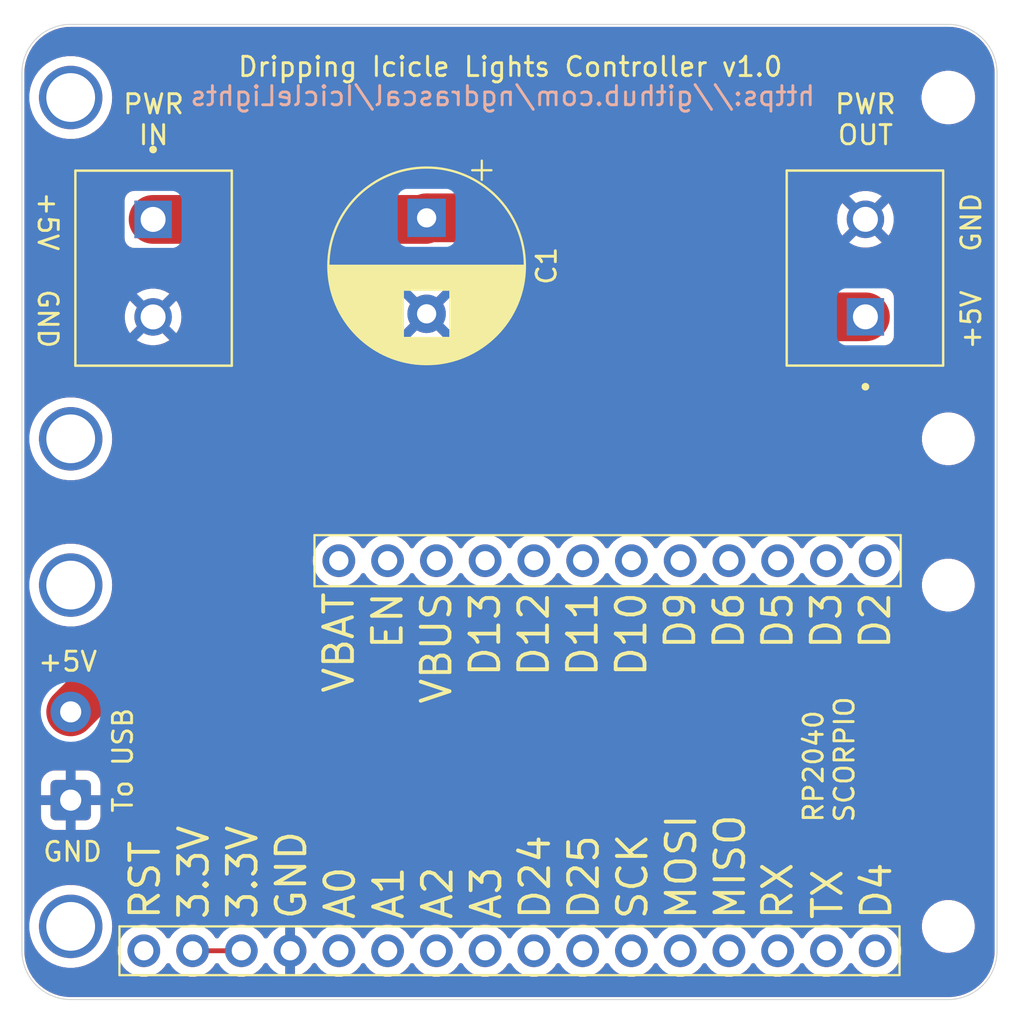
<source format=kicad_pcb>
(kicad_pcb (version 20240108) (generator "pcbnew") (generator_version "8.0")
  (layers (0 "F.Cu" signal) (31 "B.Cu" signal) (36 "B.SilkS" user "B.Silkscreen") (37 "F.SilkS" user "F.Silkscreen") (38 "B.Mask" user) (39 "F.Mask" user) (44 "Edge.Cuts" user))
  (net 0 "")
  (net 1 "/D25")
  (net 2 "/D4")
  (net 3 "/TX")
  (net 4 "/MISO")
  (net 5 "/MOSI")
  (net 6 "/SCK")
  (net 7 "/D24")
  (net 8 "/RX")
  (net 9 "/A3")
  (net 10 "/A2")
  (net 11 "/A1")
  (net 12 "/A0")
  (net 13 "GND")
  (net 14 "/RST")
  (net 15 "/3.3V")
  (net 16 "/VBAT")
  (net 17 "/EN")
  (net 18 "/VBUS")
  (net 19 "/D5")
  (net 20 "/D11")
  (net 21 "/D10")
  (net 22 "/D9")
  (net 23 "/D13")
  (net 24 "/D12")
  (net 25 "/D6")
  (net 26 "/SCL")
  (net 27 "/SDA")
  (net 28 "+5V")
  (footprint "" (layer "F.Cu") (at 149.86 97.79)
    (property "Reference" "" (hide yes))
    (property "Value" "" (hide yes))
    (pad "" np_thru_hole circle (at 0 0) (size 2.5 2.5) (drill 2.5) (layers "F&B.Cu" "*.Mask"))
  )
  (footprint "PinSocket_1x12_Feather:PinSocket_1x12_P2.54mm_Vertical" (layer "F.Cu") (at 118.11 104.14 90)
    (property "Reference" "J2" (hide yes))
    (property "Value" "Conn_01x12_Female" (hide yes))
    (fp_line (start 1.33 -1.27) (end 1.33 29.27) (stroke (width 0.12)) (layer "F.SilkS"))
    (fp_line (start -1.33 -1.27) (end 1.33 -1.27) (stroke (width 0.12)) (layer "F.SilkS"))
    (fp_line (start -1.33 -1.27) (end -1.33 29.27) (stroke (width 0.12)) (layer "F.SilkS"))
    (fp_line (start -1.33 29.27) (end 1.33 29.27) (stroke (width 0.12)) (layer "F.SilkS"))
    (pad "1" thru_hole circle (at 0 0 90) (size 1.7 1.7) (drill 1) (layers "*.Cu" "*.Mask") (net 16 "/VBAT"))
    (pad "2" thru_hole oval (at 0 2.54 90) (size 1.7 1.7) (drill 1) (layers "*.Cu" "*.Mask") (net 17 "/EN"))
    (pad "3" thru_hole oval (at 0 5.08 90) (size 1.7 1.7) (drill 1) (layers "*.Cu" "*.Mask") (net 18 "/VBUS"))
    (pad "4" thru_hole oval (at 0 7.62 90) (size 1.7 1.7) (drill 1) (layers "*.Cu" "*.Mask") (net 23 "/D13"))
    (pad "5" thru_hole oval (at 0 10.16 90) (size 1.7 1.7) (drill 1) (layers "*.Cu" "*.Mask") (net 24 "/D12"))
    (pad "6" thru_hole oval (at 0 12.7 90) (size 1.7 1.7) (drill 1) (layers "*.Cu" "*.Mask") (net 20 "/D11"))
    (pad "7" thru_hole oval (at 0 15.24 90) (size 1.7 1.7) (drill 1) (layers "*.Cu" "*.Mask") (net 21 "/D10"))
    (pad "8" thru_hole oval (at 0 17.78 90) (size 1.7 1.7) (drill 1) (layers "*.Cu" "*.Mask") (net 22 "/D9"))
    (pad "9" thru_hole oval (at 0 20.32 90) (size 1.7 1.7) (drill 1) (layers "*.Cu" "*.Mask") (net 25 "/D6"))
    (pad "10" thru_hole oval (at 0 22.86 90) (size 1.7 1.7) (drill 1) (layers "*.Cu" "*.Mask") (net 19 "/D5"))
    (pad "11" thru_hole oval (at 0 25.4 90) (size 1.7 1.7) (drill 1) (layers "*.Cu" "*.Mask") (net 26 "/SCL"))
    (pad "12" thru_hole oval (at 0 27.94 90) (size 1.7 1.7) (drill 1) (layers "*.Cu" "*.Mask") (net 27 "/SDA"))
  )
  (footprint "" (layer "F.Cu") (at 104.14 80.01)
    (property "Reference" "" (at 0 0 0) (layer "F.SilkS") (effects (font (size 1.27 1.27))))
    (property "Value" "")
    (pad "" np_thru_hole circle (at 0 0) (size 3.302 3.302) (drill 2.54) (layers "F&B.Cu" "*.Mask"))
  )
  (footprint "" (layer "F.Cu") (at 104.14 97.79)
    (property "Reference" "" (at 0 0 0) (layer "F.SilkS") (effects (font (size 1.27 1.27))))
    (property "Value" "")
    (pad "" np_thru_hole circle (at 0 0) (size 3.302 3.302) (drill 2.54) (layers "F&B.Cu" "*.Mask"))
  )
  (footprint "" (layer "F.Cu") (at 104.14 105.41)
    (property "Reference" "" (at 0 0 0) (layer "F.SilkS") (effects (font (size 1.27 1.27))))
    (property "Value" "")
    (pad "" np_thru_hole circle (at 0 0) (size 3.302 3.302) (drill 2.54) (layers "F&B.Cu" "*.Mask"))
  )
  (footprint "" (layer "F.Cu") (at 149.86 105.41)
    (property "Reference" "" (at 0 0 0) (layer "F.SilkS") (effects (font (size 1.27 1.27))))
    (property "Value" "")
    (pad "" np_thru_hole circle (at 0 0) (size 2.5 2.5) (drill 2.5) (layers "F&B.Cu" "*.Mask"))
  )
  (footprint "PinSocket_1x16_Feather:PinSocket_1x16_P2.54mm_Vertical" (layer "F.Cu") (at 107.95 124.46 90)
    (property "Reference" "J1" (hide yes))
    (property "Value" "Conn_01x16_Socket" (hide yes))
    (fp_line (start 1.27 -1.27) (end 1.27 39.37) (stroke (width 0.12)) (layer "F.SilkS"))
    (fp_line (start -1.27 -1.27) (end 1.27 -1.27) (stroke (width 0.12)) (layer "F.SilkS"))
    (fp_line (start -1.27 -1.27) (end -1.27 39.37) (stroke (width 0.12)) (layer "F.SilkS"))
    (fp_line (start -1.27 39.37) (end 1.27 39.37) (stroke (width 0.12)) (layer "F.SilkS"))
    (pad "1" thru_hole circle (at 0 0 90) (size 1.7 1.7) (drill 1) (layers "*.Cu" "*.Mask") (net 14 "/RST"))
    (pad "2" thru_hole oval (at 0 2.54 90) (size 1.7 1.7) (drill 1) (layers "*.Cu" "*.Mask") (net 15 "/3.3V"))
    (pad "3" thru_hole oval (at 0 5.08 90) (size 1.7 1.7) (drill 1) (layers "*.Cu" "*.Mask") (net 15 "/3.3V"))
    (pad "4" thru_hole oval (at 0 7.62 90) (size 1.7 1.7) (drill 1) (layers "*.Cu" "*.Mask") (net 13 "GND"))
    (pad "5" thru_hole oval (at 0 10.16 90) (size 1.7 1.7) (drill 1) (layers "*.Cu" "*.Mask") (net 12 "/A0"))
    (pad "6" thru_hole oval (at 0 12.7 90) (size 1.7 1.7) (drill 1) (layers "*.Cu" "*.Mask") (net 11 "/A1"))
    (pad "7" thru_hole oval (at 0 15.24 90) (size 1.7 1.7) (drill 1) (layers "*.Cu" "*.Mask") (net 10 "/A2"))
    (pad "8" thru_hole oval (at 0 17.78 90) (size 1.7 1.7) (drill 1) (layers "*.Cu" "*.Mask") (net 9 "/A3"))
    (pad "9" thru_hole oval (at 0 20.32 90) (size 1.7 1.7) (drill 1) (layers "*.Cu" "*.Mask") (net 7 "/D24"))
    (pad "10" thru_hole oval (at 0 22.86 90) (size 1.7 1.7) (drill 1) (layers "*.Cu" "*.Mask") (net 1 "/D25"))
    (pad "11" thru_hole oval (at 0 25.4 90) (size 1.7 1.7) (drill 1) (layers "*.Cu" "*.Mask") (net 6 "/SCK"))
    (pad "12" thru_hole oval (at 0 27.94 90) (size 1.7 1.7) (drill 1) (layers "*.Cu" "*.Mask") (net 5 "/MOSI"))
    (pad "13" thru_hole oval (at 0 30.48 90) (size 1.7 1.7) (drill 1) (layers "*.Cu" "*.Mask") (net 4 "/MISO"))
    (pad "14" thru_hole oval (at 0 33.02 90) (size 1.7 1.7) (drill 1) (layers "*.Cu" "*.Mask") (net 8 "/RX"))
    (pad "15" thru_hole oval (at 0 35.56 90) (size 1.7 1.7) (drill 1) (layers "*.Cu" "*.Mask") (net 3 "/TX"))
    (pad "16" thru_hole oval (at 0 38.1 90) (size 1.7 1.7) (drill 1) (layers "*.Cu" "*.Mask") (net 2 "/D4"))
  )
  (footprint "" (layer "F.Cu") (at 149.86 80.01)
    (property "Reference" "" (hide yes))
    (property "Value" "" (hide yes))
    (pad "" np_thru_hole circle (at 0 0) (size 2.5 2.5) (drill 2.54) (layers "F&B.Cu" "*.Mask"))
  )
  (footprint "Default:PHOENIX - TERM BLK 2P SIDE ENT 5.08MM PCB" (layer "F.Cu") (at 104.383 83.82 -90)
    (property "Reference" "J3" (hide yes))
    (property "Value" "Screw_Terminal_01x02" (hide yes))
    (fp_line (start 0 0) (end 10.16 0) (stroke (width 0.127)) (layer "F.SilkS"))
    (fp_line (start 10.16 0) (end 10.16 -8.15) (stroke (width 0.127)) (layer "F.SilkS"))
    (fp_line (start 0 -8.15) (end 0 0) (stroke (width 0.127)) (layer "F.SilkS"))
    (fp_line (start 10.16 -8.15) (end 0 -8.15) (stroke (width 0.127)) (layer "F.SilkS"))
    (fp_circle (center -1.1 -4.05) (end -1 -4.05) (stroke (width 0.2)) (fill none) (layer "F.SilkS"))
    (pad "1" thru_hole rect (at 2.54 -4.05 270) (size 1.95 1.95) (drill 1.3) (layers "*.Cu" "*.Mask") (net 28 "+5V"))
    (pad "2" thru_hole circle (at 7.62 -4.05 270) (size 1.95 1.95) (drill 1.3) (layers "*.Cu" "*.Mask") (net 13 "GND"))
  )
  (footprint "" (layer "F.Cu") (at 149.86 123.19)
    (property "Reference" "" (at 0 0 0) (layer "F.SilkS") (effects (font (size 1.27 1.27))))
    (property "Value" "")
    (pad "" np_thru_hole circle (at 0 0) (size 2.5 2.5) (drill 2.5) (layers "F&B.Cu" "*.Mask"))
  )
  (footprint "Capacitor_THT:CP_Radial_D10.0mm_P5.00mm" (layer "F.Cu") (at 122.682 86.278323 -90)
    (property "Reference" "C1" (at 2.5 -6.25 90) (layer "F.SilkS"))
    (property "Value" "1000uf")
    (fp_line (start 3.781 1.241) (end 3.781 4.918) (stroke (width 0.12)) (layer "F.SilkS"))
    (fp_line (start 3.821 1.241) (end 3.821 4.907) (stroke (width 0.12)) (layer "F.SilkS"))
    (fp_line (start 3.861 1.241) (end 3.861 4.897) (stroke (width 0.12)) (layer "F.SilkS"))
    (fp_line (start 3.901 1.241) (end 3.901 4.885) (stroke (width 0.12)) (layer "F.SilkS"))
    (fp_line (start 3.941 1.241) (end 3.941 4.874) (stroke (width 0.12)) (layer "F.SilkS"))
    (fp_line (start 3.981 1.241) (end 3.981 4.862) (stroke (width 0.12)) (layer "F.SilkS"))
    (fp_line (start 4.021 1.241) (end 4.021 4.85) (stroke (width 0.12)) (layer "F.SilkS"))
    (fp_line (start 4.061 1.241) (end 4.061 4.837) (stroke (width 0.12)) (layer "F.SilkS"))
    (fp_line (start 4.101 1.241) (end 4.101 4.824) (stroke (width 0.12)) (layer "F.SilkS"))
    (fp_line (start 4.141 1.241) (end 4.141 4.811) (stroke (width 0.12)) (layer "F.SilkS"))
    (fp_line (start 4.181 1.241) (end 4.181 4.797) (stroke (width 0.12)) (layer "F.SilkS"))
    (fp_line (start 4.221 1.241) (end 4.221 4.783) (stroke (width 0.12)) (layer "F.SilkS"))
    (fp_line (start 4.261 1.241) (end 4.261 4.768) (stroke (width 0.12)) (layer "F.SilkS"))
    (fp_line (start 4.301 1.241) (end 4.301 4.754) (stroke (width 0.12)) (layer "F.SilkS"))
    (fp_line (start 4.341 1.241) (end 4.341 4.738) (stroke (width 0.12)) (layer "F.SilkS"))
    (fp_line (start 4.381 1.241) (end 4.381 4.723) (stroke (width 0.12)) (layer "F.SilkS"))
    (fp_line (start 4.421 1.241) (end 4.421 4.707) (stroke (width 0.12)) (layer "F.SilkS"))
    (fp_line (start 4.461 1.241) (end 4.461 4.69) (stroke (width 0.12)) (layer "F.SilkS"))
    (fp_line (start 4.501 1.241) (end 4.501 4.674) (stroke (width 0.12)) (layer "F.SilkS"))
    (fp_line (start 4.541 1.241) (end 4.541 4.657) (stroke (width 0.12)) (layer "F.SilkS"))
    (fp_line (start 4.581 1.241) (end 4.581 4.639) (stroke (width 0.12)) (layer "F.SilkS"))
    (fp_line (start 4.621 1.241) (end 4.621 4.621) (stroke (width 0.12)) (layer "F.SilkS"))
    (fp_line (start 4.661 1.241) (end 4.661 4.603) (stroke (width 0.12)) (layer "F.SilkS"))
    (fp_line (start 4.701 1.241) (end 4.701 4.584) (stroke (width 0.12)) (layer "F.SilkS"))
    (fp_line (start 4.741 1.241) (end 4.741 4.564) (stroke (width 0.12)) (layer "F.SilkS"))
    (fp_line (start 4.781 1.241) (end 4.781 4.545) (stroke (width 0.12)) (layer "F.SilkS"))
    (fp_line (start 4.821 1.241) (end 4.821 4.525) (stroke (width 0.12)) (layer "F.SilkS"))
    (fp_line (start 4.861 1.241) (end 4.861 4.504) (stroke (width 0.12)) (layer "F.SilkS"))
    (fp_line (start 4.901 1.241) (end 4.901 4.483) (stroke (width 0.12)) (layer "F.SilkS"))
    (fp_line (start 4.941 1.241) (end 4.941 4.462) (stroke (width 0.12)) (layer "F.SilkS"))
    (fp_line (start 4.981 1.241) (end 4.981 4.44) (stroke (width 0.12)) (layer "F.SilkS"))
    (fp_line (start 5.021 1.241) (end 5.021 4.417) (stroke (width 0.12)) (layer "F.SilkS"))
    (fp_line (start 5.061 1.241) (end 5.061 4.395) (stroke (width 0.12)) (layer "F.SilkS"))
    (fp_line (start 5.101 1.241) (end 5.101 4.371) (stroke (width 0.12)) (layer "F.SilkS"))
    (fp_line (start 5.141 1.241) (end 5.141 4.347) (stroke (width 0.12)) (layer "F.SilkS"))
    (fp_line (start 5.181 1.241) (end 5.181 4.323) (stroke (width 0.12)) (layer "F.SilkS"))
    (fp_line (start 5.221 1.241) (end 5.221 4.298) (stroke (width 0.12)) (layer "F.SilkS"))
    (fp_line (start 5.261 1.241) (end 5.261 4.273) (stroke (width 0.12)) (layer "F.SilkS"))
    (fp_line (start 5.301 1.241) (end 5.301 4.247) (stroke (width 0.12)) (layer "F.SilkS"))
    (fp_line (start 5.341 1.241) (end 5.341 4.221) (stroke (width 0.12)) (layer "F.SilkS"))
    (fp_line (start 5.381 1.241) (end 5.381 4.194) (stroke (width 0.12)) (layer "F.SilkS"))
    (fp_line (start 5.421 1.241) (end 5.421 4.166) (stroke (width 0.12)) (layer "F.SilkS"))
    (fp_line (start 5.461 1.241) (end 5.461 4.138) (stroke (width 0.12)) (layer "F.SilkS"))
    (fp_line (start 5.501 1.241) (end 5.501 4.11) (stroke (width 0.12)) (layer "F.SilkS"))
    (fp_line (start 5.541 1.241) (end 5.541 4.08) (stroke (width 0.12)) (layer "F.SilkS"))
    (fp_line (start 5.581 1.241) (end 5.581 4.05) (stroke (width 0.12)) (layer "F.SilkS"))
    (fp_line (start 5.621 1.241) (end 5.621 4.02) (stroke (width 0.12)) (layer "F.SilkS"))
    (fp_line (start 5.661 1.241) (end 5.661 3.989) (stroke (width 0.12)) (layer "F.SilkS"))
    (fp_line (start 5.701 1.241) (end 5.701 3.957) (stroke (width 0.12)) (layer "F.SilkS"))
    (fp_line (start 5.741 1.241) (end 5.741 3.925) (stroke (width 0.12)) (layer "F.SilkS"))
    (fp_line (start 5.781 1.241) (end 5.781 3.892) (stroke (width 0.12)) (layer "F.SilkS"))
    (fp_line (start 5.821 1.241) (end 5.821 3.858) (stroke (width 0.12)) (layer "F.SilkS"))
    (fp_line (start 5.861 1.241) (end 5.861 3.824) (stroke (width 0.12)) (layer "F.SilkS"))
    (fp_line (start 5.901 1.241) (end 5.901 3.789) (stroke (width 0.12)) (layer "F.SilkS"))
    (fp_line (start 5.941 1.241) (end 5.941 3.753) (stroke (width 0.12)) (layer "F.SilkS"))
    (fp_line (start 5.981 1.241) (end 5.981 3.716) (stroke (width 0.12)) (layer "F.SilkS"))
    (fp_line (start 6.021 1.241) (end 6.021 3.679) (stroke (width 0.12)) (layer "F.SilkS"))
    (fp_line (start 6.061 1.241) (end 6.061 3.64) (stroke (width 0.12)) (layer "F.SilkS"))
    (fp_line (start 6.101 1.241) (end 6.101 3.601) (stroke (width 0.12)) (layer "F.SilkS"))
    (fp_line (start 6.141 1.241) (end 6.141 3.561) (stroke (width 0.12)) (layer "F.SilkS"))
    (fp_line (start 6.181 1.241) (end 6.181 3.52) (stroke (width 0.12)) (layer "F.SilkS"))
    (fp_line (start 6.221 1.241) (end 6.221 3.478) (stroke (width 0.12)) (layer "F.SilkS"))
    (fp_line (start 7.581 -0.599) (end 7.581 0.599) (stroke (width 0.12)) (layer "F.SilkS"))
    (fp_line (start 7.541 -0.862) (end 7.541 0.862) (stroke (width 0.12)) (layer "F.SilkS"))
    (fp_line (start 7.501 -1.062) (end 7.501 1.062) (stroke (width 0.12)) (layer "F.SilkS"))
    (fp_line (start 7.461 -1.23) (end 7.461 1.23) (stroke (width 0.12)) (layer "F.SilkS"))
    (fp_line (start 7.421 -1.378) (end 7.421 1.378) (stroke (width 0.12)) (layer "F.SilkS"))
    (fp_line (start 7.381 -1.51) (end 7.381 1.51) (stroke (width 0.12)) (layer "F.SilkS"))
    (fp_line (start 7.341 -1.63) (end 7.341 1.63) (stroke (width 0.12)) (layer "F.SilkS"))
    (fp_line (start 7.301 -1.742) (end 7.301 1.742) (stroke (width 0.12)) (layer "F.SilkS"))
    (fp_line (start 7.261 -1.846) (end 7.261 1.846) (stroke (width 0.12)) (layer "F.SilkS"))
    (fp_line (start 7.221 -1.944) (end 7.221 1.944) (stroke (width 0.12)) (layer "F.SilkS"))
    (fp_line (start 7.181 -2.037) (end 7.181 2.037) (stroke (width 0.12)) (layer "F.SilkS"))
    (fp_line (start 7.141 -2.125) (end 7.141 2.125) (stroke (width 0.12)) (layer "F.SilkS"))
    (fp_line (start 7.101 -2.209) (end 7.101 2.209) (stroke (width 0.12)) (layer "F.SilkS"))
    (fp_line (start 7.061 -2.289) (end 7.061 2.289) (stroke (width 0.12)) (layer "F.SilkS"))
    (fp_line (start 7.021 -2.365) (end 7.021 2.365) (stroke (width 0.12)) (layer "F.SilkS"))
    (fp_line (start 6.981 -2.439) (end 6.981 2.439) (stroke (width 0.12)) (layer "F.SilkS"))
    (fp_line (start 6.941 -2.51) (end 6.941 2.51) (stroke (width 0.12)) (layer "F.SilkS"))
    (fp_line (start 6.901 -2.579) (end 6.901 2.579) (stroke (width 0.12)) (layer "F.SilkS"))
    (fp_line (start 6.861 -2.645) (end 6.861 2.645) (stroke (width 0.12)) (layer "F.SilkS"))
    (fp_line (start 6.821 -2.709) (end 6.821 2.709) (stroke (width 0.12)) (layer "F.SilkS"))
    (fp_line (start 6.781 -2.77) (end 6.781 2.77) (stroke (width 0.12)) (layer "F.SilkS"))
    (fp_line (start 6.741 -2.83) (end 6.741 2.83) (stroke (width 0.12)) (layer "F.SilkS"))
    (fp_line (start -2.979646 -2.875) (end -1.979646 -2.875) (stroke (width 0.12)) (layer "F.SilkS"))
    (fp_line (start 6.701 -2.889) (end 6.701 2.889) (stroke (width 0.12)) (layer "F.SilkS"))
    (fp_line (start 6.661 -2.945) (end 6.661 2.945) (stroke (width 0.12)) (layer "F.SilkS"))
    (fp_line (start 6.621 -3) (end 6.621 3) (stroke (width 0.12)) (layer "F.SilkS"))
    (fp_line (start 6.581 -3.054) (end 6.581 3.054) (stroke (width 0.12)) (layer "F.SilkS"))
    (fp_line (start 6.541 -3.106) (end 6.541 3.106) (stroke (width 0.12)) (layer "F.SilkS"))
    (fp_line (start 6.501 -3.156) (end 6.501 3.156) (stroke (width 0.12)) (layer "F.SilkS"))
    (fp_line (start 6.461 -3.206) (end 6.461 3.206) (stroke (width 0.12)) (layer "F.SilkS"))
    (fp_line (start 6.421 -3.254) (end 6.421 3.254) (stroke (width 0.12)) (layer "F.SilkS"))
    (fp_line (start 6.381 -3.301) (end 6.381 3.301) (stroke (width 0.12)) (layer "F.SilkS"))
    (fp_line (start 6.341 -3.347) (end 6.341 3.347) (stroke (width 0.12)) (layer "F.SilkS"))
    (fp_line (start -2.479646 -3.375) (end -2.479646 -2.375) (stroke (width 0.12)) (layer "F.SilkS"))
    (fp_line (start 6.301 -3.392) (end 6.301 3.392) (stroke (width 0.12)) (layer "F.SilkS"))
    (fp_line (start 6.261 -3.436) (end 6.261 3.436) (stroke (width 0.12)) (layer "F.SilkS"))
    (fp_line (start 6.221 -3.478) (end 6.221 -1.241) (stroke (width 0.12)) (layer "F.SilkS"))
    (fp_line (start 6.181 -3.52) (end 6.181 -1.241) (stroke (width 0.12)) (layer "F.SilkS"))
    (fp_line (start 6.141 -3.561) (end 6.141 -1.241) (stroke (width 0.12)) (layer "F.SilkS"))
    (fp_line (start 6.101 -3.601) (end 6.101 -1.241) (stroke (width 0.12)) (layer "F.SilkS"))
    (fp_line (start 6.061 -3.64) (end 6.061 -1.241) (stroke (width 0.12)) (layer "F.SilkS"))
    (fp_line (start 6.021 -3.679) (end 6.021 -1.241) (stroke (width 0.12)) (layer "F.SilkS"))
    (fp_line (start 5.981 -3.716) (end 5.981 -1.241) (stroke (width 0.12)) (layer "F.SilkS"))
    (fp_line (start 5.941 -3.753) (end 5.941 -1.241) (stroke (width 0.12)) (layer "F.SilkS"))
    (fp_line (start 5.901 -3.789) (end 5.901 -1.241) (stroke (width 0.12)) (layer "F.SilkS"))
    (fp_line (start 5.861 -3.824) (end 5.861 -1.241) (stroke (width 0.12)) (layer "F.SilkS"))
    (fp_line (start 5.821 -3.858) (end 5.821 -1.241) (stroke (width 0.12)) (layer "F.SilkS"))
    (fp_line (start 5.781 -3.892) (end 5.781 -1.241) (stroke (width 0.12)) (layer "F.SilkS"))
    (fp_line (start 5.741 -3.925) (end 5.741 -1.241) (stroke (width 0.12)) (layer "F.SilkS"))
    (fp_line (start 5.701 -3.957) (end 5.701 -1.241) (stroke (width 0.12)) (layer "F.SilkS"))
    (fp_line (start 5.661 -3.989) (end 5.661 -1.241) (stroke (width 0.12)) (layer "F.SilkS"))
    (fp_line (start 5.621 -4.02) (end 5.621 -1.241) (stroke (width 0.12)) (layer "F.SilkS"))
    (fp_line (start 5.581 -4.05) (end 5.581 -1.241) (stroke (width 0.12)) (layer "F.SilkS"))
    (fp_line (start 5.541 -4.08) (end 5.541 -1.241) (stroke (width 0.12)) (layer "F.SilkS"))
    (fp_line (start 5.501 -4.11) (end 5.501 -1.241) (stroke (width 0.12)) (layer "F.SilkS"))
    (fp_line (start 5.461 -4.138) (end 5.461 -1.241) (stroke (width 0.12)) (layer "F.SilkS"))
    (fp_line (start 5.421 -4.166) (end 5.421 -1.241) (stroke (width 0.12)) (layer "F.SilkS"))
    (fp_line (start 5.381 -4.194) (end 5.381 -1.241) (stroke (width 0.12)) (layer "F.SilkS"))
    (fp_line (start 5.341 -4.221) (end 5.341 -1.241) (stroke (width 0.12)) (layer "F.SilkS"))
    (fp_line (start 5.301 -4.247) (end 5.301 -1.241) (stroke (width 0.12)) (layer "F.SilkS"))
    (fp_line (start 5.261 -4.273) (end 5.261 -1.241) (stroke (width 0.12)) (layer "F.SilkS"))
    (fp_line (start 5.221 -4.298) (end 5.221 -1.241) (stroke (width 0.12)) (layer "F.SilkS"))
    (fp_line (start 5.181 -4.323) (end 5.181 -1.241) (stroke (width 0.12)) (layer "F.SilkS"))
    (fp_line (start 5.141 -4.347) (end 5.141 -1.241) (stroke (width 0.12)) (layer "F.SilkS"))
    (fp_line (start 5.101 -4.371) (end 5.101 -1.241) (stroke (width 0.12)) (layer "F.SilkS"))
    (fp_line (start 5.061 -4.395) (end 5.061 -1.241) (stroke (width 0.12)) (layer "F.SilkS"))
    (fp_line (start 5.021 -4.417) (end 5.021 -1.241) (stroke (width 0.12)) (layer "F.SilkS"))
    (fp_line (start 4.981 -4.44) (end 4.981 -1.241) (stroke (width 0.12)) (layer "F.SilkS"))
    (fp_line (start 4.941 -4.462) (end 4.941 -1.241) (stroke (width 0.12)) (layer "F.SilkS"))
    (fp_line (start 4.901 -4.483) (end 4.901 -1.241) (stroke (width 0.12)) (layer "F.SilkS"))
    (fp_line (start 4.861 -4.504) (end 4.861 -1.241) (stroke (width 0.12)) (layer "F.SilkS"))
    (fp_line (start 4.821 -4.525) (end 4.821 -1.241) (stroke (width 0.12)) (layer "F.SilkS"))
    (fp_line (start 4.781 -4.545) (end 4.781 -1.241) (stroke (width 0.12)) (layer "F.SilkS"))
    (fp_line (start 4.741 -4.564) (end 4.741 -1.241) (stroke (width 0.12)) (layer "F.SilkS"))
    (fp_line (start 4.701 -4.584) (end 4.701 -1.241) (stroke (width 0.12)) (layer "F.SilkS"))
    (fp_line (start 4.661 -4.603) (end 4.661 -1.241) (stroke (width 0.12)) (layer "F.SilkS"))
    (fp_line (start 4.621 -4.621) (end 4.621 -1.241) (stroke (width 0.12)) (layer "F.SilkS"))
    (fp_line (start 4.581 -4.639) (end 4.581 -1.241) (stroke (width 0.12)) (layer "F.SilkS"))
    (fp_line (start 4.541 -4.657) (end 4.541 -1.241) (stroke (width 0.12)) (layer "F.SilkS"))
    (fp_line (start 4.501 -4.674) (end 4.501 -1.241) (stroke (width 0.12)) (layer "F.SilkS"))
    (fp_line (start 4.461 -4.69) (end 4.461 -1.241) (stroke (width 0.12)) (layer "F.SilkS"))
    (fp_line (start 4.421 -4.707) (end 4.421 -1.241) (stroke (width 0.12)) (layer "F.SilkS"))
    (fp_line (start 4.381 -4.723) (end 4.381 -1.241) (stroke (width 0.12)) (layer "F.SilkS"))
    (fp_line (start 4.341 -4.738) (end 4.341 -1.241) (stroke (width 0.12)) (layer "F.SilkS"))
    (fp_line (start 4.301 -4.754) (end 4.301 -1.241) (stroke (width 0.12)) (layer "F.SilkS"))
    (fp_line (start 4.261 -4.768) (end 4.261 -1.241) (stroke (width 0.12)) (layer "F.SilkS"))
    (fp_line (start 4.221 -4.783) (end 4.221 -1.241) (stroke (width 0.12)) (layer "F.SilkS"))
    (fp_line (start 4.181 -4.797) (end 4.181 -1.241) (stroke (width 0.12)) (layer "F.SilkS"))
    (fp_line (start 4.141 -4.811) (end 4.141 -1.241) (stroke (width 0.12)) (layer "F.SilkS"))
    (fp_line (start 4.101 -4.824) (end 4.101 -1.241) (stroke (width 0.12)) (layer "F.SilkS"))
    (fp_line (start 4.061 -4.837) (end 4.061 -1.241) (stroke (width 0.12)) (layer "F.SilkS"))
    (fp_line (start 4.021 -4.85) (end 4.021 -1.241) (stroke (width 0.12)) (layer "F.SilkS"))
    (fp_line (start 3.981 -4.862) (end 3.981 -1.241) (stroke (width 0.12)) (layer "F.SilkS"))
    (fp_line (start 3.941 -4.874) (end 3.941 -1.241) (stroke (width 0.12)) (layer "F.SilkS"))
    (fp_line (start 3.901 -4.885) (end 3.901 -1.241) (stroke (width 0.12)) (layer "F.SilkS"))
    (fp_line (start 3.861 -4.897) (end 3.861 -1.241) (stroke (width 0.12)) (layer "F.SilkS"))
    (fp_line (start 3.821 -4.907) (end 3.821 -1.241) (stroke (width 0.12)) (layer "F.SilkS"))
    (fp_line (start 3.781 -4.918) (end 3.781 -1.241) (stroke (width 0.12)) (layer "F.SilkS"))
    (fp_line (start 3.741 -4.928) (end 3.741 4.928) (stroke (width 0.12)) (layer "F.SilkS"))
    (fp_line (start 3.701 -4.938) (end 3.701 4.938) (stroke (width 0.12)) (layer "F.SilkS"))
    (fp_line (start 3.661 -4.947) (end 3.661 4.947) (stroke (width 0.12)) (layer "F.SilkS"))
    (fp_line (start 3.621 -4.956) (end 3.621 4.956) (stroke (width 0.12)) (layer "F.SilkS"))
    (fp_line (start 3.581 -4.965) (end 3.581 4.965) (stroke (width 0.12)) (layer "F.SilkS"))
    (fp_line (start 3.541 -4.974) (end 3.541 4.974) (stroke (width 0.12)) (layer "F.SilkS"))
    (fp_line (start 3.501 -4.982) (end 3.501 4.982) (stroke (width 0.12)) (layer "F.SilkS"))
    (fp_line (start 3.461 -4.99) (end 3.461 4.99) (stroke (width 0.12)) (layer "F.SilkS"))
    (fp_line (start 3.421 -4.997) (end 3.421 4.997) (stroke (width 0.12)) (layer "F.SilkS"))
    (fp_line (start 3.381 -5.004) (end 3.381 5.004) (stroke (width 0.12)) (layer "F.SilkS"))
    (fp_line (start 3.341 -5.011) (end 3.341 5.011) (stroke (width 0.12)) (layer "F.SilkS"))
    (fp_line (start 3.301 -5.018) (end 3.301 5.018) (stroke (width 0.12)) (layer "F.SilkS"))
    (fp_line (start 3.261 -5.024) (end 3.261 5.024) (stroke (width 0.12)) (layer "F.SilkS"))
    (fp_line (start 3.221 -5.03) (end 3.221 5.03) (stroke (width 0.12)) (layer "F.SilkS"))
    (fp_line (start 3.18 -5.035) (end 3.18 5.035) (stroke (width 0.12)) (layer "F.SilkS"))
    (fp_line (start 3.14 -5.04) (end 3.14 5.04) (stroke (width 0.12)) (layer "F.SilkS"))
    (fp_line (start 3.1 -5.045) (end 3.1 5.045) (stroke (width 0.12)) (layer "F.SilkS"))
    (fp_line (start 3.06 -5.05) (end 3.06 5.05) (stroke (width 0.12)) (layer "F.SilkS"))
    (fp_line (start 3.02 -5.054) (end 3.02 5.054) (stroke (width 0.12)) (layer "F.SilkS"))
    (fp_line (start 2.98 -5.058) (end 2.98 5.058) (stroke (width 0.12)) (layer "F.SilkS"))
    (fp_line (start 2.94 -5.062) (end 2.94 5.062) (stroke (width 0.12)) (layer "F.SilkS"))
    (fp_line (start 2.9 -5.065) (end 2.9 5.065) (stroke (width 0.12)) (layer "F.SilkS"))
    (fp_line (start 2.86 -5.068) (end 2.86 5.068) (stroke (width 0.12)) (layer "F.SilkS"))
    (fp_line (start 2.82 -5.07) (end 2.82 5.07) (stroke (width 0.12)) (layer "F.SilkS"))
    (fp_line (start 2.78 -5.073) (end 2.78 5.073) (stroke (width 0.12)) (layer "F.SilkS"))
    (fp_line (start 2.74 -5.075) (end 2.74 5.075) (stroke (width 0.12)) (layer "F.SilkS"))
    (fp_line (start 2.7 -5.077) (end 2.7 5.077) (stroke (width 0.12)) (layer "F.SilkS"))
    (fp_line (start 2.66 -5.078) (end 2.66 5.078) (stroke (width 0.12)) (layer "F.SilkS"))
    (fp_line (start 2.62 -5.079) (end 2.62 5.079) (stroke (width 0.12)) (layer "F.SilkS"))
    (fp_line (start 2.5 -5.08) (end 2.5 5.08) (stroke (width 0.12)) (layer "F.SilkS"))
    (fp_line (start 2.54 -5.08) (end 2.54 5.08) (stroke (width 0.12)) (layer "F.SilkS"))
    (fp_line (start 2.58 -5.08) (end 2.58 5.08) (stroke (width 0.12)) (layer "F.SilkS"))
    (fp_circle (center 2.5 0) (end 7.62 0) (stroke (width 0.12)) (fill none) (layer "F.SilkS"))
    (pad "1" thru_hole rect (at 0 0 270) (size 2 2) (drill 1) (layers "*.Cu" "*.Mask") (net 28 "+5V"))
    (pad "2" thru_hole circle (at 5 0 270) (size 2 2) (drill 1) (layers "*.Cu" "*.Mask") (net 13 "GND"))
  )
  (footprint "Default:PHOENIX - TERM BLK 2P SIDE ENT 5.08MM PCB" (layer "F.Cu") (at 149.592 93.9755 90)
    (property "Reference" "J4" (hide yes))
    (property "Value" "Screw_Terminal_01x02" (hide yes))
    (fp_line (start 10.16 -8.15) (end 0 -8.15) (stroke (width 0.127)) (layer "F.SilkS"))
    (fp_line (start 0 -8.15) (end 0 0) (stroke (width 0.127)) (layer "F.SilkS"))
    (fp_line (start 10.16 0) (end 10.16 -8.15) (stroke (width 0.127)) (layer "F.SilkS"))
    (fp_line (start 0 0) (end 10.16 0) (stroke (width 0.127)) (layer "F.SilkS"))
    (fp_circle (center -1.1 -4.05) (end -1 -4.05) (stroke (width 0.2)) (fill none) (layer "F.SilkS"))
    (pad "1" thru_hole rect (at 2.54 -4.05 90) (size 1.95 1.95) (drill 1.3) (layers "*.Cu" "*.Mask") (net 28 "+5V"))
    (pad "2" thru_hole circle (at 7.62 -4.05 90) (size 1.95 1.95) (drill 1.3) (layers "*.Cu" "*.Mask") (net 13 "GND"))
  )
  (footprint "" (layer "F.Cu") (at 104.14 123.19)
    (property "Reference" "" (at 0 0 0) (layer "F.SilkS") (effects (font (size 1.27 1.27))))
    (property "Value" "")
    (pad "" np_thru_hole circle (at 0 0) (size 3.302 3.302) (drill 2.54) (layers "F&B.Cu" "*.Mask"))
  )
  (footprint "Connector_Wire:SolderWire-0.5sqmm_1x02_P4.6mm_D0.9mm_OD2.1mm" (layer "F.Cu") (at 104.14 116.614 90)
    (property "Reference" "J5" (hide yes))
    (property "Value" "Conn_01x02_Pin" (hide yes))
    (pad "1" thru_hole roundrect (at 0 0 90) (size 2.1 2.1) (drill 1.1) (layers "*.Cu" "*.Mask") (roundrect_rratio 0.119048) (net 13 "GND"))
    (pad "2" thru_hole circle (at 4.6 0 90) (size 2.1 2.1) (drill 1.1) (layers "*.Cu" "*.Mask") (net 28 "+5V"))
  )
  (gr_arc (start 149.86 76.2) (mid 151.656051 76.943949) (end 152.4 78.74) (stroke (width 0.05)) (layer "Edge.Cuts"))
  (gr_line (start 104.14 76.2) (end 149.86 76.2) (stroke (width 0.05)) (layer "Edge.Cuts"))
  (gr_line (start 101.6 124.46) (end 101.6 78.74) (stroke (width 0.05)) (layer "Edge.Cuts"))
  (gr_line (start 152.4 78.74) (end 152.4 124.46) (stroke (width 0.05)) (layer "Edge.Cuts"))
  (gr_arc (start 101.6 78.74) (mid 102.343949 76.943949) (end 104.14 76.2) (stroke (width 0.05)) (layer "Edge.Cuts"))
  (gr_arc (start 152.4 124.46) (mid 151.656051 126.256051) (end 149.86 127) (stroke (width 0.05)) (layer "Edge.Cuts"))
  (gr_arc (start 104.14 127) (mid 102.343949 126.256051) (end 101.6 124.46) (stroke (width 0.05)) (layer "Edge.Cuts"))
  (gr_line (start 149.86 127) (end 104.14 127) (stroke (width 0.05)) (layer "Edge.Cuts"))
  (gr_text "https://github.com/ngdrascal/IcicleLights" (at 143.002 80.518 0) (layer "B.SilkS") (effects (font (size 1 1)) (justify left bottom mirror)))
  (gr_text "RP2040\nSCORPIO" (at 145.034 117.856 90) (layer "F.SilkS") (effects (font (size 1 1)) (justify left bottom)))
  (gr_text "PWR\nOUT" (at 145.542 82.55 0) (layer "F.SilkS") (effects (font (size 1 1)) (justify bottom)))
  (gr_text "VBAT" (at 118.11 105.664 90) (layer "F.SilkS") (effects (font (size 1.5 1.5) (thickness 0.2)) (justify right)))
  (gr_text "D4" (at 146.11 122.936 90) (layer "F.SilkS") (effects (font (size 1.5 1.5) (thickness 0.2)) (justify left)))
  (gr_text "D12" (at 128.27 105.664 90) (layer "F.SilkS") (effects (font (size 1.5 1.5) (thickness 0.2)) (justify right)))
  (gr_text "SCK" (at 133.41 122.936 90) (layer "F.SilkS") (effects (font (size 1.5 1.5) (thickness 0.2)) (justify left)))
  (gr_text "VBUS" (at 123.19 105.664 90) (layer "F.SilkS") (effects (font (size 1.5 1.5) (thickness 0.2)) (justify right)))
  (gr_text "Dripping Icicle Lights Controller v1.0" (at 112.776 78.994 0) (layer "F.SilkS") (effects (font (size 1 1)) (justify left bottom)))
  (gr_text "RST" (at 108.01 122.936 90) (layer "F.SilkS") (effects (font (size 1.5 1.5) (thickness 0.2)) (justify left)))
  (gr_text "D13" (at 125.73 105.664 90) (layer "F.SilkS") (effects (font (size 1.5 1.5) (thickness 0.2)) (justify right)))
  (gr_text "To USB" (at 107.442 117.348 90) (layer "F.SilkS") (effects (font (size 1 1)) (justify left bottom)))
  (gr_text "D5" (at 140.97 105.664 90) (layer "F.SilkS") (effects (font (size 1.5 1.5) (thickness 0.2)) (justify right)))
  (gr_text "+5V" (at 151.638 93.218 90) (layer "F.SilkS") (effects (font (size 1 1)) (justify left bottom)))
  (gr_text "GND" (at 151.638 88.138 90) (layer "F.SilkS") (effects (font (size 1 1)) (justify left bottom)))
  (gr_text "PWR\nIN" (at 108.458 82.55 0) (layer "F.SilkS") (effects (font (size 1 1)) (justify bottom)))
  (gr_text "3.3V" (at 110.55 122.936 90) (layer "F.SilkS") (effects (font (size 1.5 1.5) (thickness 0.2)) (justify left)))
  (gr_text "A2" (at 123.25 122.936 90) (layer "F.SilkS") (effects (font (size 1.5 1.5) (thickness 0.2)) (justify left)))
  (gr_text "+5V" (at 102.362 84.836 -90) (layer "F.SilkS") (effects (font (size 1 1)) (justify left bottom)))
  (gr_text "D9" (at 135.89 105.664 90) (layer "F.SilkS") (effects (font (size 1.5 1.5) (thickness 0.2)) (justify right)))
  (gr_text "D11" (at 130.81 105.664 90) (layer "F.SilkS") (effects (font (size 1.5 1.5) (thickness 0.2)) (justify right)))
  (gr_text "RX" (at 140.97 122.936 90) (layer "F.SilkS") (effects (font (size 1.5 1.5) (thickness 0.2)) (justify left)))
  (gr_text "D10" (at 133.35 105.664 90) (layer "F.SilkS") (effects (font (size 1.5 1.5) (thickness 0.2)) (justify right)))
  (gr_text "D2" (at 146.05 105.664 90) (layer "F.SilkS") (effects (font (size 1.5 1.5) (thickness 0.2)) (justify right)))
  (gr_text "3.3V" (at 113.09 122.936 90) (layer "F.SilkS") (effects (font (size 1.5 1.5) (thickness 0.2)) (justify left)))
  (gr_text "EN" (at 120.65 105.664 90) (layer "F.SilkS") (effects (font (size 1.5 1.5) (thickness 0.2)) (justify right)))
  (gr_text "D25" (at 130.87 122.936 90) (layer "F.SilkS") (effects (font (size 1.5 1.5) (thickness 0.2)) (justify left)))
  (gr_text "TX" (at 143.57 122.936 90) (layer "F.SilkS") (effects (font (size 1.5 1.5) (thickness 0.2)) (justify left)))
  (gr_text "D6" (at 138.43 105.664 90) (layer "F.SilkS") (effects (font (size 1.5 1.5) (thickness 0.2)) (justify right)))
  (gr_text "A0" (at 118.17 122.936 90) (layer "F.SilkS") (effects (font (size 1.5 1.5) (thickness 0.2)) (justify left)))
  (gr_text "GND" (at 102.362 89.916 -90) (layer "F.SilkS") (effects (font (size 1 1)) (justify left bottom)))
  (gr_text "+5V" (at 102.362 109.982 0) (layer "F.SilkS") (effects (font (size 1 1)) (justify left bottom)))
  (gr_text "A3" (at 125.79 122.936 90) (layer "F.SilkS") (effects (font (size 1.5 1.5) (thickness 0.2)) (justify left)))
  (gr_text "D24" (at 128.33 122.936 90) (layer "F.SilkS") (effects (font (size 1.5 1.5) (thickness 0.2)) (justify left)))
  (gr_text "GND" (at 115.63 122.936 90) (layer "F.SilkS") (effects (font (size 1.5 1.5) (thickness 0.2)) (justify left)))
  (gr_text "MOSI" (at 135.95 122.936 90) (layer "F.SilkS") (effects (font (size 1.5 1.5) (thickness 0.2)) (justify left)))
  (gr_text "MISO" (at 138.49 122.936 90) (layer "F.SilkS") (effects (font (size 1.5 1.5) (thickness 0.2)) (justify left)))
  (gr_text "GND" (at 102.616 119.888 0) (layer "F.SilkS") (effects (font (size 1 1)) (justify left bottom)))
  (gr_text "D3" (at 143.51 105.664 90) (layer "F.SilkS") (effects (font (size 1.5 1.5) (thickness 0.2)) (justify right)))
  (gr_text "A1" (at 120.71 122.936 90) (layer "F.SilkS") (effects (font (size 1.5 1.5) (thickness 0.2)) (justify left)))
  (segment (start 110.49 124.46) (end 113.03 124.46) (width 0.25) (layer "F.Cu") (net 15))
  (segment (start 131.998323 86.278323) (end 137.1555 91.4355) (width 2.54) (layer "F.Cu") (net 28))
  (segment (start 108.433 86.36) (end 115.062 86.36) (width 2.54) (layer "F.Cu") (net 28))
  (segment (start 115.062 101.092) (end 115.062 86.36) (width 2.54) (layer "F.Cu") (net 28))
  (segment (start 115.062 86.36) (end 122.600323 86.36) (width 2.54) (layer "F.Cu") (net 28))
  (segment (start 122.600323 86.36) (end 122.682 86.278323) (width 2.54) (layer "F.Cu") (net 28))
  (segment (start 122.682 86.278323) (end 131.998323 86.278323) (width 2.54) (layer "F.Cu") (net 28))
  (segment (start 137.1555 91.4355) (end 145.542 91.4355) (width 2.54) (layer "F.Cu") (net 28))
  (segment (start 104.14 112.014) (end 115.062 101.092) (width 2.54) (layer "F.Cu") (net 28))
  (zone (net 13) (net_name "GND") (layer "F.Cu") (connect_pads (clearance 0.508)) (min_thickness 0.25) (fill yes (thermal_gap 0.5) (thermal_bridge_width 0.5))
    (polygon (pts (xy 100.457 74.93) (xy 100.457 128.27) (xy 153.543 128.27) (xy 153.543 74.93)))
  )
  (zone (net 13) (net_name "GND") (layer "B.Cu") (connect_pads (clearance 0.508)) (min_thickness 0.25) (fill yes (thermal_gap 0.5) (thermal_bridge_width 0.5))
    (polygon (pts (xy 100.457 74.93) (xy 100.457 128.27) (xy 153.543 128.27) (xy 153.543 74.93)))
  )
)
</source>
